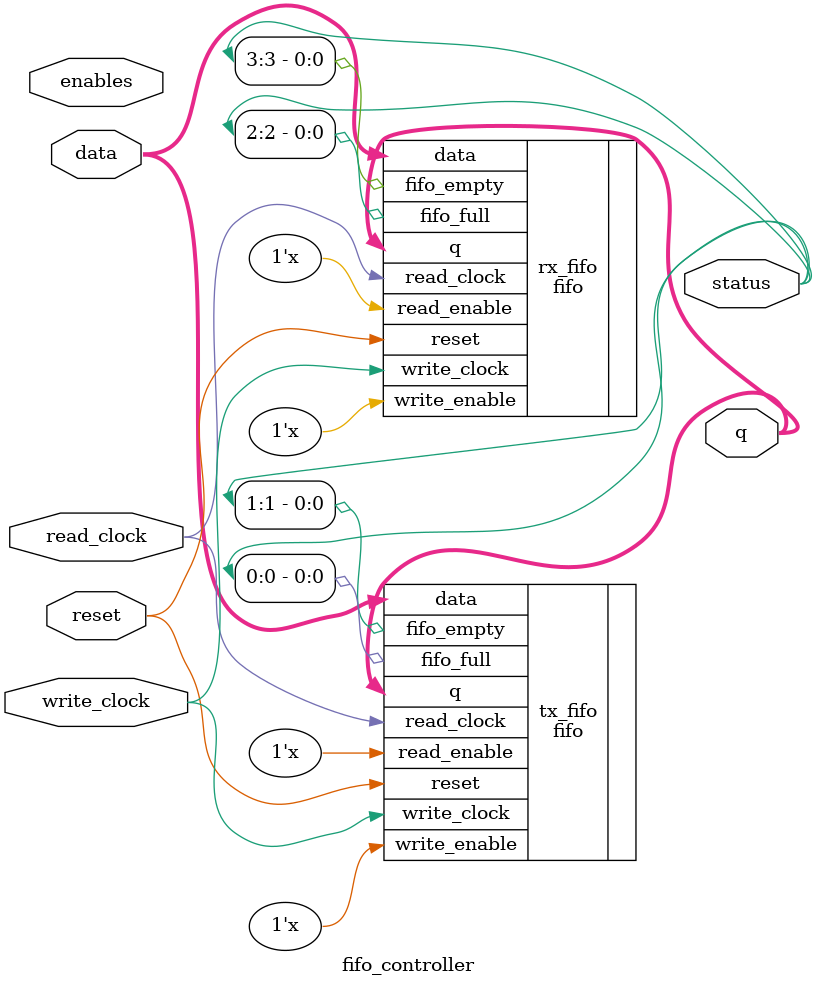
<source format=v>
`include "fifo.v";

module fifo_controller (
	
	input wire write_clock,
	input wire read_clock,
	input wire reset,
	input wire [31:0] data,
	input wire [3:0] enables,
	output reg [31:0] q,
	output reg [3:0] status
);

	fifo tx_fifo (
		.write_clock(write_clock),	//input
		.read_clock(read_clock), 	//input
		.reset(reset), 				//input
		.data(data), 				//input 32
		.write_enable(enable[0]),	//input
		.read_enable(enable[1]), 	//input
		.q(q),  					//output 32
		.fifo_full(status[0]),  	//output
		.fifo_empty(status[1]) 		//output
	);
	
	fifo rx_fifo (
		.write_clock(write_clock),	//input
		.read_clock(read_clock), 	//input
		.reset(reset), 				//input
		.data(data), 				//input 32
		.write_enable(enable[2]),	//input
		.read_enable(enable[3]), 	//input
		.q(q),  					//output 32
		.fifo_full(status[2]),  	//output
		.fifo_empty(status[3]) 		//output
	);
	
	

endmodule

</source>
